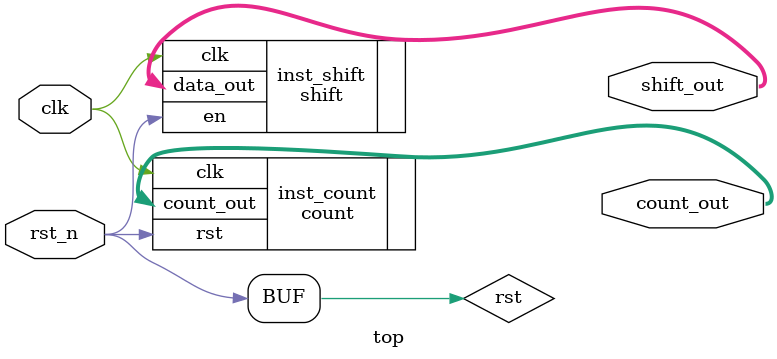
<source format=v>



module top(
    input        clk,        // 100MHz differential input clock
    input        rst_n,      // Reset mapped to center push button
    output [3:0] count_out,  // mapped to general purpose LEDs[4-7]
    output [3:0] shift_out   // mapped to general purpose LEDs[0-3]
);

  wire        rst;
  reg  [34:0] count;
  wire [35:0] icon_control;


  // Rev A board CPU reset (has active high reset button) and Rev B using board GPUI reset (has active high reset button)
  assign rst = rst_n;
  // Rev B board (has active low reset button)
  // assign rst = ~rst_n;
  // In module_shift instantiation of inst_shift below
  //      .en       (~rst),


  // instantiate clock module to divide 200MHz to 100MHz
  // clocks U0_clocks (
  //    .clk_p(clk_p),
  //    .clk_n(clk_n),
  //    .rst(rst),
  //    .clk_out(clk)
  // );

  // instantiate module shift
  shift inst_shift (
      .en      (rst),
      .clk     (clk),
//      .addr    (count[34:23]),
      .data_out(shift_out)
  );

  // instantiate module count
  count inst_count (
      .rst      (rst),
      .clk      (clk),
      .count_out(count_out)
  );

  // MAIN

  always @(posedge clk)
    if (rst) begin
      count <= 0;
    end else begin
      count <= count + 1;
    end

endmodule
/*
// black box definition for module_shift
module shift (
    input         en,
    input         clk,
    input  [11:0] addr,
    output [ 3:0] data_out
);
endmodule

// black box definition for module_count
module count (
    input        rst,
    input        clk,
    output [3:0] count_out
);
endmodule
*/

</source>
